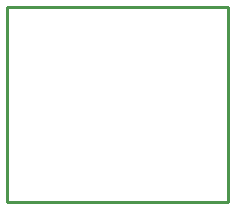
<source format=gm1>
%FSLAX25Y25*%
%MOIN*%
G70*
G01*
G75*
G04 Layer_Color=16711935*
%ADD10R,0.01969X0.00984*%
%ADD11R,0.05000X0.06000*%
%ADD12C,0.01000*%
%ADD13R,0.02976X0.16500*%
%ADD14R,0.02559X0.07087*%
%ADD15R,0.05906X0.05906*%
%ADD16C,0.05906*%
%ADD17R,0.05906X0.05906*%
D12*
X100000Y100000D02*
Y165000D01*
X173500D01*
Y100000D02*
Y165000D01*
X100000Y100000D02*
X173500D01*
M02*

</source>
